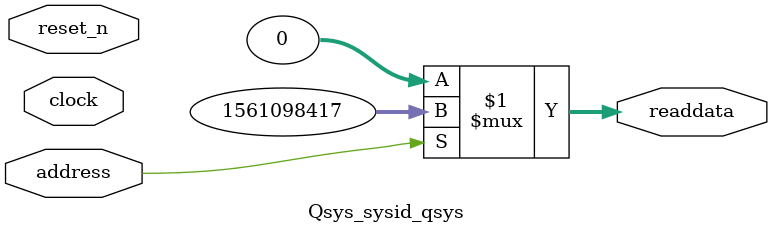
<source format=v>



// synthesis translate_off
`timescale 1ns / 1ps
// synthesis translate_on

// turn off superfluous verilog processor warnings 
// altera message_level Level1 
// altera message_off 10034 10035 10036 10037 10230 10240 10030 

module Qsys_sysid_qsys (
               // inputs:
                address,
                clock,
                reset_n,

               // outputs:
                readdata
             )
;

  output  [ 31: 0] readdata;
  input            address;
  input            clock;
  input            reset_n;

  wire    [ 31: 0] readdata;
  //control_slave, which is an e_avalon_slave
  assign readdata = address ? 1561098417 : 0;

endmodule



</source>
